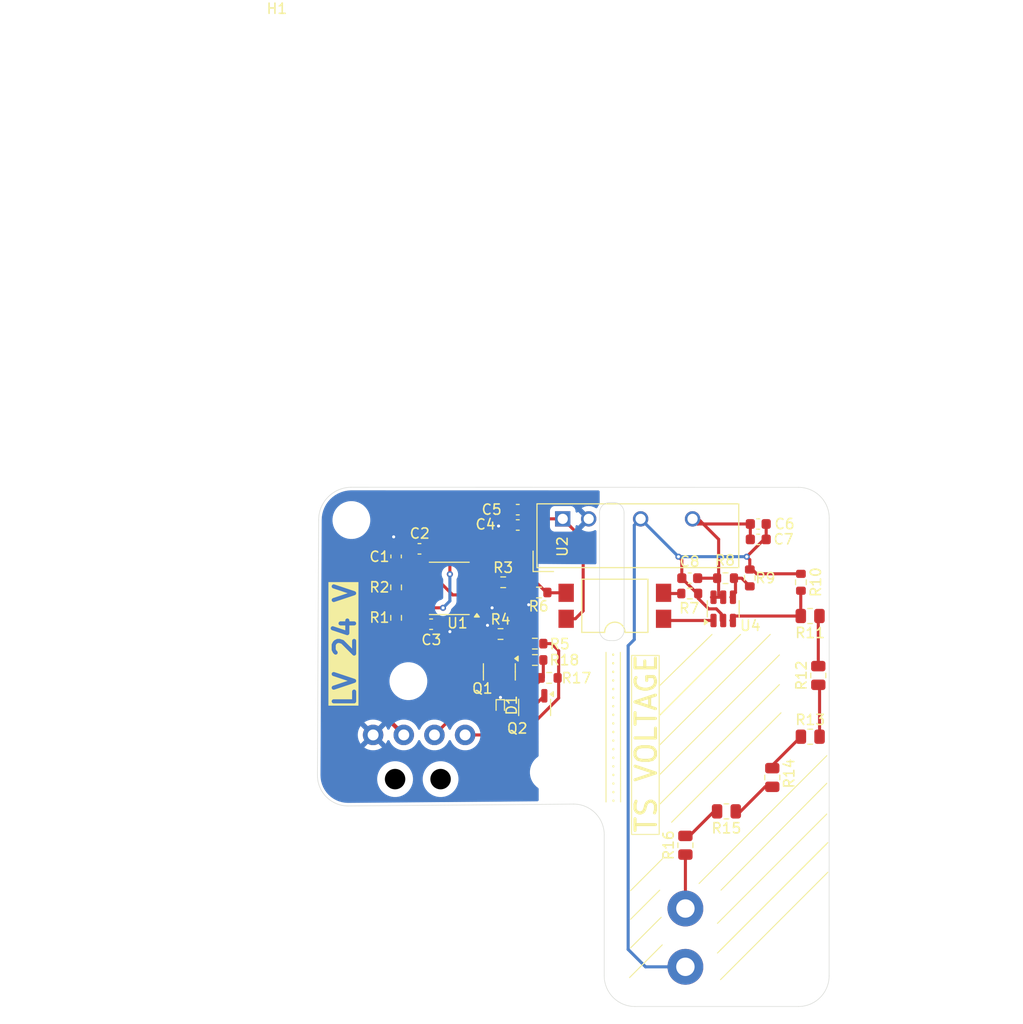
<source format=kicad_pcb>
(kicad_pcb (version 20240108) (generator "pcbnew") (generator_version "8.0")
  (layers (0 "F.Cu" signal) (31 "B.Cu" signal) (34 "B.Paste" user) (35 "F.Paste" user) (36 "B.SilkS" user "B.Silkscreen") (37 "F.SilkS" user "F.Silkscreen") (38 "B.Mask" user) (39 "F.Mask" user) (44 "Edge.Cuts" user))
  (net 0 "")
  (net 1 "Net-(U1-THR)")
  (net 2 "GND")
  (net 3 "Net-(U1-CV)")
  (net 4 "+5V")
  (net 5 "+5V_{iso_RED}")
  (net 6 "/TSAL_RED_LED_SW")
  (net 7 "Net-(Q1-G)")
  (net 8 "Net-(Q1-D)")
  (net 9 "+24V")
  (net 10 "Net-(Q2-G)")
  (net 11 "Net-(U1-DIS)")
  (net 12 "Net-(U1-Q)")
  (net 13 "Net-(U1-R)")
  (net 14 "Net-(R7-Pad2)")
  (net 15 "Net-(U4--)")
  (net 16 "Net-(U4-+)")
  (net 17 "Net-(R11-Pad1)")
  (net 18 "Net-(R12-Pad1)")
  (net 19 "Net-(R13-Pad1)")
  (net 20 "Net-(R14-Pad2)")
  (net 21 "Net-(R15-Pad2)")
  (net 22 "Net-(U3-Pad1)")
  (net 23 "HV_RED-")
  (net 24 "HV_RED+")
  (footprint "MountingHole:MountingHole_3.2mm_M3_DIN965" (layer "F.Cu") (at 129 87.47)
    (property "Reference" "H2" (hide yes))
    (property "Value" "MountingHole")
    (pad "" np_thru_hole circle (at 0 0) (size 3.2 3.2) (drill 3.2) (layers "*.Cu" "*.Mask"))
  )
  (footprint "MountingHole:MountingHole_3.2mm_M3_DIN965" (layer "F.Cu") (at 123.4253 71.7167)
    (property "Reference" "H4" (hide yes))
    (property "Value" "MountingHole")
    (pad "" np_thru_hole circle (at 0 0) (size 3.2 3.2) (drill 3.2) (layers "*.Cu" "*.Mask"))
  )
  (footprint "Capacitor_SMD:C_0603_1608Metric" (layer "F.Cu") (at 139.7 72.2 180)
    (property "Reference" "C4" (at 3.15 0.06 0) (layer "F.SilkS"))
    (property "Value" "100nF")
    (fp_line (start -0.14058 0.51) (end 0.14058 0.51) (stroke (width 0.12)) (layer "F.SilkS"))
    (fp_line (start -0.14058 -0.51) (end 0.14058 -0.51) (stroke (width 0.12)) (layer "F.SilkS"))
    (pad "1" smd roundrect (at -0.775 0 180) (size 0.9 0.95) (layers "F.Cu" "F.Paste" "F.Mask") (net 4 "+5V"))
    (pad "2" smd roundrect (at 0.775 0 180) (size 0.9 0.95) (layers "F.Cu" "F.Paste" "F.Mask") (net 2 "GND"))
  )
  (footprint "Resistor_SMD:R_0603_1608Metric" (layer "F.Cu") (at 160.025 77.4 180)
    (property "Reference" "R8" (at 0.055 1.74 0) (layer "F.SilkS"))
    (property "Value" "12k")
    (fp_line (start -0.237258 0.5225) (end 0.237258 0.5225) (stroke (width 0.12)) (layer "F.SilkS"))
    (fp_line (start -0.237258 -0.5225) (end 0.237258 -0.5225) (stroke (width 0.12)) (layer "F.SilkS"))
    (pad "1" smd roundrect (at -0.825 0 180) (size 0.8 0.95) (layers "F.Cu" "F.Paste" "F.Mask") (net 15 "Net-(U4--)"))
    (pad "2" smd roundrect (at 0.825 0 180) (size 0.8 0.95) (layers "F.Cu" "F.Paste" "F.Mask") (net 5 "+5V_{iso_RED}"))
  )
  (footprint "Resistor_SMD:R_0603_1608Metric" (layer "F.Cu") (at 142.775 87.15 180)
    (property "Reference" "R17" (at -2.665 -0.02 0) (layer "F.SilkS"))
    (property "Value" "10k")
    (fp_line (start -0.237258 0.5225) (end 0.237258 0.5225) (stroke (width 0.12)) (layer "F.SilkS"))
    (fp_line (start -0.237258 -0.5225) (end 0.237258 -0.5225) (stroke (width 0.12)) (layer "F.SilkS"))
    (pad "1" smd roundrect (at -0.825 0 180) (size 0.8 0.95) (layers "F.Cu" "F.Paste" "F.Mask") (net 9 "+24V"))
    (pad "2" smd roundrect (at 0.825 0 180) (size 0.8 0.95) (layers "F.Cu" "F.Paste" "F.Mask") (net 10 "Net-(Q2-G)"))
  )
  (footprint "Resistor_SMD:R_0603_1608Metric" (layer "F.Cu") (at 167.4 77.8 -90)
    (property "Reference" "R10" (at -0.01 -1.46 90) (layer "F.SilkS"))
    (property "Value" "1k")
    (fp_line (start -0.237258 0.5225) (end 0.237258 0.5225) (stroke (width 0.12)) (layer "F.SilkS"))
    (fp_line (start -0.237258 -0.5225) (end 0.237258 -0.5225) (stroke (width 0.12)) (layer "F.SilkS"))
    (pad "1" smd roundrect (at -0.825 0 270) (size 0.8 0.95) (layers "F.Cu" "F.Paste" "F.Mask") (net 23 "HV_RED-"))
    (pad "2" smd roundrect (at 0.825 0 270) (size 0.8 0.95) (layers "F.Cu" "F.Paste" "F.Mask") (net 16 "Net-(U4-+)"))
  )
  (footprint "Resistor_SMD:R_0603_1608Metric" (layer "F.Cu") (at 127.8 78.3 -90)
    (property "Reference" "R2" (at -0.01 1.63 180) (layer "F.SilkS"))
    (property "Value" "1k")
    (fp_line (start -0.237258 0.5225) (end 0.237258 0.5225) (stroke (width 0.12)) (layer "F.SilkS"))
    (fp_line (start -0.237258 -0.5225) (end 0.237258 -0.5225) (stroke (width 0.12)) (layer "F.SilkS"))
    (pad "1" smd roundrect (at -0.825 0 270) (size 0.8 0.95) (layers "F.Cu" "F.Paste" "F.Mask") (net 1 "Net-(U1-THR)"))
    (pad "2" smd roundrect (at 0.825 0 270) (size 0.8 0.95) (layers "F.Cu" "F.Paste" "F.Mask") (net 11 "Net-(U1-DIS)"))
  )
  (footprint "Capacitor_SMD:C_0603_1608Metric" (layer "F.Cu") (at 156.525 77.4 180)
    (property "Reference" "C8" (at 0.015 1.62 0) (layer "F.SilkS"))
    (property "Value" "100nF")
    (fp_line (start -0.14058 0.51) (end 0.14058 0.51) (stroke (width 0.12)) (layer "F.SilkS"))
    (fp_line (start -0.14058 -0.51) (end 0.14058 -0.51) (stroke (width 0.12)) (layer "F.SilkS"))
    (pad "1" smd roundrect (at -0.775 0 180) (size 0.9 0.95) (layers "F.Cu" "F.Paste" "F.Mask") (net 5 "+5V_{iso_RED}"))
    (pad "2" smd roundrect (at 0.775 0 180) (size 0.9 0.95) (layers "F.Cu" "F.Paste" "F.Mask") (net 23 "HV_RED-"))
  )
  (footprint "Capacitor_SMD:C_0603_1608Metric" (layer "F.Cu") (at 163.225 72.1)
    (property "Reference" "C6" (at 2.575 0 0) (layer "F.SilkS"))
    (property "Value" "10uF")
    (fp_line (start -0.14058 -0.51) (end 0.14058 -0.51) (stroke (width 0.12)) (layer "F.SilkS"))
    (fp_line (start -0.14058 0.51) (end 0.14058 0.51) (stroke (width 0.12)) (layer "F.SilkS"))
    (pad "1" smd roundrect (at -0.775 0) (size 0.9 0.95) (layers "F.Cu" "F.Paste" "F.Mask") (net 5 "+5V_{iso_RED}"))
    (pad "2" smd roundrect (at 0.775 0) (size 0.9 0.95) (layers "F.Cu" "F.Paste" "F.Mask") (net 23 "HV_RED-"))
  )
  (footprint "Package_DIP:SMDIP-4_W9.53mm_Clearance8mm" (layer "F.Cu") (at 149.2 80.1 180)
    (property "Reference" "U3" (hide yes))
    (property "Value" "SFH617A-1X007T")
    (fp_line (start 3.235 2.6) (end 3.235 -2.6) (stroke (width 0.12)) (layer "F.SilkS"))
    (fp_line (start 3.235 -2.6) (end 1 -2.6) (stroke (width 0.12)) (layer "F.SilkS"))
    (fp_line (start -1 -2.6) (end -3.235 -2.6) (stroke (width 0.12)) (layer "F.SilkS"))
    (fp_line (start -3.235 2.6) (end 3.235 2.6) (stroke (width 0.12)) (layer "F.SilkS"))
    (fp_line (start -3.235 -2.6) (end -3.235 2.6) (stroke (width 0.12)) (layer "F.SilkS"))
    (fp_arc (start 1 -2.6) (mid 0 -1.6) (end -1 -2.6) (stroke (width 0.12)) (layer "F.SilkS"))
    (pad "1" smd rect (at -4.765 -1.27 180) (size 1.5 1.78) (layers "F.Cu" "F.Paste" "F.Mask") (net 22 "Net-(U3-Pad1)"))
    (pad "2" smd rect (at -4.765 1.27 180) (size 1.5 1.78) (layers "F.Cu" "F.Paste" "F.Mask") (net 14 "Net-(R7-Pad2)"))
    (pad "3" smd rect (at 4.765 1.27 180) (size 1.5 1.78) (layers "F.Cu" "F.Paste" "F.Mask") (net 13 "Net-(U1-R)"))
    (pad "4" smd rect (at 4.765 -1.27 180) (size 1.5 1.78) (layers "F.Cu" "F.Paste" "F.Mask") (net 4 "+5V"))
  )
  (footprint "wuerth_conn:657002130101" (layer "F.Cu") (at 156.1 115.4 90)
    (property "Reference" "J3" (hide yes))
    (property "Value" "Conn_01x02")
    (pad "1" thru_hole circle (at 0 0 90) (size 3.5 3.5) (drill 1.8) (layers "*.Cu" "*.Mask") (net 23 "HV_RED-"))
    (pad "2" thru_hole circle (at 5.7 0 90) (size 3.5 3.5) (drill 1.8) (layers "*.Cu" "*.Mask") (net 24 "HV_RED+"))
  )
  (footprint "Resistor_SMD:R_0805_2012Metric" (layer "F.Cu") (at 160.1125 100.2 180)
    (property "Reference" "R15" (at 0 -1.65 0) (layer "F.SilkS"))
    (property "Value" "52k3")
    (fp_line (start -0.227064 0.735) (end 0.227064 0.735) (stroke (width 0.12)) (layer "F.SilkS"))
    (fp_line (start -0.227064 -0.735) (end 0.227064 -0.735) (stroke (width 0.12)) (layer "F.SilkS"))
    (pad "1" smd roundrect (at -0.9125 0 180) (size 1.025 1.4) (layers "F.Cu" "F.Paste" "F.Mask") (roundrect_rratio 0.243902) (net 20 "Net-(R14-Pad2)"))
    (pad "2" smd roundrect (at 0.9125 0 180) (size 1.025 1.4) (layers "F.Cu" "F.Paste" "F.Mask") (roundrect_rratio 0.243902) (net 21 "Net-(R15-Pad2)"))
  )
  (footprint "Resistor_SMD:R_0603_1608Metric" (layer "F.Cu") (at 156.525 78.9 180)
    (property "Reference" "R7" (at 0.055 -1.44 0) (layer "F.SilkS"))
    (property "Value" "1k")
    (fp_line (start -0.237258 0.5225) (end 0.237258 0.5225) (stroke (width 0.12)) (layer "F.SilkS"))
    (fp_line (start -0.237258 -0.5225) (end 0.237258 -0.5225) (stroke (width 0.12)) (layer "F.SilkS"))
    (pad "1" smd roundrect (at -0.825 0 180) (size 0.8 0.95) (layers "F.Cu" "F.Paste" "F.Mask") (net 23 "HV_RED-"))
    (pad "2" smd roundrect (at 0.825 0 180) (size 0.8 0.95) (layers "F.Cu" "F.Paste" "F.Mask") (net 14 "Net-(R7-Pad2)"))
  )
  (footprint "Resistor_SMD:R_0805_2012Metric" (layer "F.Cu") (at 169.1 86.9125 90)
    (property "Reference" "R12" (at 0 -1.65 90) (layer "F.SilkS"))
    (property "Value" "52k3")
    (fp_line (start -0.227064 -0.735) (end 0.227064 -0.735) (stroke (width 0.12)) (layer "F.SilkS"))
    (fp_line (start -0.227064 0.735) (end 0.227064 0.735) (stroke (width 0.12)) (layer "F.SilkS"))
    (pad "1" smd roundrect (at -0.9125 0 90) (size 1.025 1.4) (layers "F.Cu" "F.Paste" "F.Mask") (roundrect_rratio 0.243902) (net 18 "Net-(R12-Pad1)"))
    (pad "2" smd roundrect (at 0.9125 0 90) (size 1.025 1.4) (layers "F.Cu" "F.Paste" "F.Mask") (roundrect_rratio 0.243902) (net 17 "Net-(R11-Pad1)"))
  )
  (footprint "Package_SO:SOIC-8_3.9x4.9mm_P1.27mm" (layer "F.Cu") (at 133 78.4 180)
    (property "Reference" "U1" (at -0.8 -3.4 0) (layer "F.SilkS"))
    (property "Value" "NE555D")
    (fp_line (start 0 2.56) (end 1.95 2.56) (stroke (width 0.12)) (layer "F.SilkS"))
    (fp_line (start 0 2.56) (end -1.95 2.56) (stroke (width 0.12)) (layer "F.SilkS"))
    (fp_line (start 0 -2.56) (end 1.95 -2.56) (stroke (width 0.12)) (layer "F.SilkS"))
    (fp_line (start 0 -2.56) (end -1.95 -2.56) (stroke (width 0.12)) (layer "F.SilkS"))
    (fp_poly (pts (xy -2.7 -2.465) (xy -2.94 -2.795) (xy -2.46 -2.795) (xy -2.7 -2.465)) (stroke (width 0.12)) (fill solid) (layer "F.SilkS"))
    (pad "1" smd roundrect (at -2.475 -1.905 180) (size 1.95 0.6) (layers "F.Cu" "F.Paste" "F.Mask") (net 2 "GND"))
    (pad "2" smd roundrect (at -2.475 -0.635 180) (size 1.95 0.6) (layers "F.Cu" "F.Paste" "F.Mask") (net 1 "Net-(U1-THR)"))
    (pad "3" smd roundrect (at -2.475 0.635 180) (size 1.95 0.6) (layers "F.Cu" "F.Paste" "F.Mask") (net 12 "Net-(U1-Q)"))
    (pad "4" smd roundrect (at -2.475 1.905 180) (size 1.95 0.6) (layers "F.Cu" "F.Paste" "F.Mask") (net 13 "Net-(U1-R)"))
    (pad "5" smd roundrect (at 2.475 1.905 180) (size 1.95 0.6) (layers "F.Cu" "F.Paste" "F.Mask") (net 3 "Net-(U1-CV)"))
    (pad "6" smd roundrect (at 2.475 0.635 180) (size 1.95 0.6) (layers "F.Cu" "F.Paste" "F.Mask") (net 1 "Net-(U1-THR)"))
    (pad "7" smd roundrect (at 2.475 -0.635 180) (size 1.95 0.6) (layers "F.Cu" "F.Paste" "F.Mask") (net 11 "Net-(U1-DIS)"))
    (pad "8" smd roundrect (at 2.475 -1.905 180) (size 1.95 0.6) (layers "F.Cu" "F.Paste" "F.Mask") (net 4 "+5V"))
  )
  (footprint "Converter_DCDC:Converter_DCDC_TRACO_TBA1-xxxxE_Single_THT" (layer "F.Cu") (at 144.1 71.6 90)
    (property "Reference" "U2" (at -2.71 -0.03 90) (layer "F.SilkS"))
    (property "Value" "TBA1-0511E")
    (fp_line (start -5.15 -2.9) (end -3.15 -2.9) (stroke (width 0.12)) (layer "F.SilkS"))
    (fp_line (start 1.47 -2.52) (end 1.47 17.22) (stroke (width 0.12)) (layer "F.SilkS"))
    (fp_line (start -4.77 -2.52) (end 1.47 -2.52) (stroke (width 0.12)) (layer "F.SilkS"))
    (fp_line (start -4.77 -2.52) (end -4.77 17.22) (stroke (width 0.12)) (layer "F.SilkS"))
    (fp_line (start -5.15 -0.9) (end -5.15 -2.9) (stroke (width 0.12)) (layer "F.SilkS"))
    (fp_line (start -4.77 17.22) (end 1.47 17.22) (stroke (width 0.12)) (layer "F.SilkS"))
    (pad "1" thru_hole rect (at 0 0 90) (size 1.5 1.5) (drill 1) (layers "*.Cu" "*.Mask") (net 4 "+5V"))
    (pad "2" thru_hole circle (at 0 2.54 90) (size 1.5 1.5) (drill 1) (layers "*.Cu" "*.Mask") (net 2 "GND"))
    (pad "4" thru_hole circle (at 0 7.62 90) (size 1.5 1.5) (drill 1) (layers "*.Cu" "*.Mask") (net 23 "HV_RED-"))
    (pad "6" thru_hole circle (at 0 12.7 90) (size 1.5 1.5) (drill 1) (layers "*.Cu" "*.Mask") (net 5 "+5V_{iso_RED}"))
  )
  (footprint "Capacitor_SMD:C_0603_1608Metric" (layer "F.Cu") (at 139.7 70.7 180)
    (property "Reference" "C5" (at 2.55 0.01 0) (layer "F.SilkS"))
    (property "Value" "10uF")
    (fp_line (start -0.14058 0.51) (end 0.14058 0.51) (stroke (width 0.12)) (layer "F.SilkS"))
    (fp_line (start -0.14058 -0.51) (end 0.14058 -0.51) (stroke (width 0.12)) (layer "F.SilkS"))
    (pad "1" smd roundrect (at -0.775 0 180) (size 0.9 0.95) (layers "F.Cu" "F.Paste" "F.Mask") (net 4 "+5V"))
    (pad "2" smd roundrect (at 0.775 0 180) (size 0.9 0.95) (layers "F.Cu" "F.Paste" "F.Mask") (net 2 "GND"))
  )
  (footprint "MountingHole:MountingHole_3.2mm_M3_DIN965" (layer "F.Cu") (at 116.135 25.515)
    (property "Reference" "H1" (at 0 -3.8 0) (layer "F.SilkS"))
    (property "Value" "MountingHole")
    (pad "" np_thru_hole circle (at 0 0) (size 3.2 3.2) (drill 3.2) (layers "*.Cu" "*.Mask"))
  )
  (footprint "MountingHole:MountingHole_3.2mm_M3_DIN965" (layer "F.Cu") (at 142.74 96.38)
    (property "Reference" "H3" (hide yes))
    (property "Value" "MountingHole")
    (pad "" np_thru_hole circle (at 0 0) (size 3.2 3.2) (drill 3.2) (layers "*.Cu" "*.Mask"))
  )
  (footprint "Resistor_SMD:R_0603_1608Metric" (layer "F.Cu") (at 141.775 78.8)
    (property "Reference" "R6" (at -0.035 1.35 0) (layer "F.SilkS"))
    (property "Value" "1k")
    (fp_line (start -0.237258 -0.5225) (end 0.237258 -0.5225) (stroke (width 0.12)) (layer "F.SilkS"))
    (fp_line (start -0.237258 0.5225) (end 0.237258 0.5225) (stroke (width 0.12)) (layer "F.SilkS"))
    (pad "1" smd roundrect (at -0.825 0) (size 0.8 0.95) (layers "F.Cu" "F.Paste" "F.Mask") (net 2 "GND"))
    (pad "2" smd roundrect (at 0.825 0) (size 0.8 0.95) (layers "F.Cu" "F.Paste" "F.Mask") (net 13 "Net-(U1-R)"))
  )
  (footprint "Resistor_SMD:R_0805_2012Metric" (layer "F.Cu") (at 168.3125 92.9)
    (property "Reference" "R13" (at 0 -1.65 0) (layer "F.SilkS"))
    (property "Value" "52k3")
    (fp_line (start -0.227064 -0.735) (end 0.227064 -0.735) (stroke (width 0.12)) (layer "F.SilkS"))
    (fp_line (start -0.227064 0.735) (end 0.227064 0.735) (stroke (width 0.12)) (layer "F.SilkS"))
    (pad "1" smd roundrect (at -0.9125 0) (size 1.025 1.4) (layers "F.Cu" "F.Paste" "F.Mask") (roundrect_rratio 0.243902) (net 19 "Net-(R13-Pad1)"))
    (pad "2" smd roundrect (at 0.9125 0) (size 1.025 1.4) (layers "F.Cu" "F.Paste" "F.Mask") (roundrect_rratio 0.243902) (net 18 "Net-(R12-Pad1)"))
  )
  (footprint "Resistor_SMD:R_0603_1608Metric" (layer "F.Cu") (at 141.375 85.4)
    (property "Reference" "R18" (at 2.885 0.01 0) (layer "F.SilkS"))
    (property "Value" "200R")
    (fp_line (start -0.237258 -0.5225) (end 0.237258 -0.5225) (stroke (width 0.12)) (layer "F.SilkS"))
    (fp_line (start -0.237258 0.5225) (end 0.237258 0.5225) (stroke (width 0.12)) (layer "F.SilkS"))
    (pad "1" smd roundrect (at -0.825 0) (size 0.8 0.95) (layers "F.Cu" "F.Paste" "F.Mask") (net 8 "Net-(Q1-D)"))
    (pad "2" smd roundrect (at 0.825 0) (size 0.8 0.95) (layers "F.Cu" "F.Paste" "F.Mask") (net 10 "Net-(Q2-G)"))
  )
  (footprint "Package_TO_SOT_SMD:SOT-23-3" (layer "F.Cu") (at 141.35 90.0375 -90)
    (property "Reference" "Q2" (at 2.05 1.7 180) (layer "F.SilkS"))
    (property "Value" "PMOS")
    (fp_line (start 0 1.56) (end -0.8 1.56) (stroke (width 0.12)) (layer "F.SilkS"))
    (fp_line (start 0 1.56) (end 0.8 1.56) (stroke (width 0.12)) (layer "F.SilkS"))
    (fp_line (start 0 -1.56) (end -0.8 -1.56) (stroke (width 0.12)) (layer "F.SilkS"))
    (fp_line (start 0 -1.56) (end 0.8 -1.56) (stroke (width 0.12)) (layer "F.SilkS"))
    (fp_poly (pts (xy -1.3 -1.51) (xy -1.54 -1.84) (xy -1.06 -1.84) (xy -1.3 -1.51)) (stroke (width 0.12)) (fill solid) (layer "F.SilkS"))
    (pad "1" smd roundrect (at -1.1375 -0.95 270) (size 1.325 0.6) (layers "F.Cu" "F.Paste" "F.Mask") (net 6 "/TSAL_RED_LED_SW"))
    (pad "2" smd roundrect (at -1.1375 0.95 270) (size 1.325 0.6) (layers "F.Cu" "F.Paste" "F.Mask") (net 10 "Net-(Q2-G)"))
    (pad "3" smd roundrect (at 1.1375 0 270) (size 1.325 0.6) (layers "F.Cu" "F.Paste" "F.Mask") (net 9 "+24V"))
  )
  (footprint "Package_TO_SOT_SMD:SOT-23-3" (layer "F.Cu") (at 137.9 86.5625 -90)
    (property "Reference" "Q1" (at 1.6175 1.66 180) (layer "F.SilkS"))
    (property "Value" "NMOS")
    (fp_line (start 0 1.56) (end -0.8 1.56) (stroke (width 0.12)) (layer "F.SilkS"))
    (fp_line (start 0 1.56) (end 0.8 1.56) (stroke (width 0.12)) (layer "F.SilkS"))
    (fp_line (start 0 -1.56) (end -0.8 -1.56) (stroke (width 0.12)) (layer "F.SilkS"))
    (fp_line (start 0 -1.56) (end 0.8 -1.56) (stroke (width 0.12)) (layer "F.SilkS"))
    (fp_poly (pts (xy -1.3 -1.51) (xy -1.54 -1.84) (xy -1.06 -1.84) (xy -1.3 -1.51)) (stroke (width 0.12)) (fill solid) (layer "F.SilkS"))
    (pad "1" smd roundrect (at -1.1375 -0.95 270) (size 1.325 0.6) (layers "F.Cu" "F.Paste" "F.Mask") (net 8 "Net-(Q1-D)"))
    (pad "2" smd roundrect (at -1.1375 0.95 270) (size 1.325 0.6) (layers "F.Cu" "F.Paste" "F.Mask") (net 7 "Net-(Q1-G)"))
    (pad "3" smd roundrect (at 1.1375 0 270) (size 1.325 0.6) (layers "F.Cu" "F.Paste" "F.Mask") (net 2 "GND"))
  )
  (footprint "Diode_SMD:Infineon_SG-WLL-2-3_0.58x0.28_P0.36mm" (layer "F.Cu") (at 137.99 89.83 -90)
    (property "Reference" "D1" (at 0 -1.11 90) (layer "F.SilkS"))
    (property "Value" "ESD")
    (fp_line (start -0.55 0.41) (end -0.55 -0.41) (stroke (width 0.12)) (layer "F.SilkS"))
    (fp_line (start 0.49 0.41) (end -0.55 0.41) (stroke (width 0.12)) (layer "F.SilkS"))
    (fp_line (start 0.49 -0.41) (end -0.55 -0.41) (stroke (width 0.12)) (layer "F.SilkS"))
    (pad "1" smd roundrect (at -0.185 0 270) (size 0.22 0.3) (layers "F.Cu" "F.Mask") (net 2 "GND"))
    (pad "2" smd roundrect (at 0.185 0 270) (size 0.22 0.3) (layers "F.Cu" "F.Mask") (net 6 "/TSAL_RED_LED_SW"))
  )
  (footprint "Resistor_SMD:R_0603_1608Metric" (layer "F.Cu") (at 141.375 83.8)
    (property "Reference" "R5" (at 2.425 0.04 0) (layer "F.SilkS"))
    (property "Value" "10k")
    (fp_line (start -0.237258 -0.5225) (end 0.237258 -0.5225) (stroke (width 0.12)) (layer "F.SilkS"))
    (fp_line (start -0.237258 0.5225) (end 0.237258 0.5225) (stroke (width 0.12)) (layer "F.SilkS"))
    (pad "1" smd roundrect (at -0.825 0) (size 0.8 0.95) (layers "F.Cu" "F.Paste" "F.Mask") (net 8 "Net-(Q1-D)"))
    (pad "2" smd roundrect (at 0.825 0) (size 0.8 0.95) (layers "F.Cu" "F.Paste" "F.Mask") (net 9 "+24V"))
  )
  (footprint "Capacitor_SMD:C_0603_1608Metric" (layer "F.Cu") (at 163.225 73.61)
    (property "Reference" "C7" (at 2.475 -0.01 0) (layer "F.SilkS"))
    (property "Value" "100nF")
    (fp_line (start -0.14058 -0.51) (end 0.14058 -0.51) (stroke (width 0.12)) (layer "F.SilkS"))
    (fp_line (start -0.14058 0.51) (end 0.14058 0.51) (stroke (width 0.12)) (layer "F.SilkS"))
    (pad "1" smd roundrect (at -0.775 0) (size 0.9 0.95) (layers "F.Cu" "F.Paste" "F.Mask") (net 5 "+5V_{iso_RED}"))
    (pad "2" smd roundrect (at 0.775 0) (size 0.9 0.95) (layers "F.Cu" "F.Paste" "F.Mask") (net 23 "HV_RED-"))
  )
  (footprint "Package_TO_SOT_SMD:SOT-23-6" (layer "F.Cu") (at 159.8 80.4 90)
    (property "Reference" "U4" (at -1.65 2.65 180) (layer "F.SilkS"))
    (property "Value" "OPA355NA")
    (fp_line (start 0 -1.56) (end 0.8 -1.56) (stroke (width 0.12)) (layer "F.SilkS"))
    (fp_line (start 0 -1.56) (end -0.8 -1.56) (stroke (width 0.12)) (layer "F.SilkS"))
    (fp_line (start 0 1.56) (end 0.8 1.56) (stroke (width 0.12)) (layer "F.SilkS"))
    (fp_line (start 0 1.56) (end -0.8 1.56) (stroke (width 0.12)) (layer "F.SilkS"))
    (fp_poly (pts (xy -1.3 -1.51) (xy -1.54 -1.84) (xy -1.06 -1.84) (xy -1.3 -1.51)) (stroke (width 0.12)) (fill solid) (layer "F.SilkS"))
    (pad "1" smd roundrect (at -1.1375 -0.95 90) (size 1.325 0.6) (layers "F.Cu" "F.Paste" "F.Mask") (net 22 "Net-(U3-Pad1)"))
    (pad "2" smd roundrect (at -1.1375 0 90) (size 1.325 0.6) (layers "F.Cu" "F.Paste" "F.Mask") (net 23 "HV_RED-"))
    (pad "3" smd roundrect (at -1.1375 0.95 90) (size 1.325 0.6) (layers "F.Cu" "F.Paste" "F.Mask") (net 16 "Net-(U4-+)"))
    (pad "4" smd roundrect (at 1.1375 0.95 90) (size 1.325 0.6) (layers "F.Cu" "F.Paste" "F.Mask") (net 15 "Net-(U4--)"))
    (pad "5" smd roundrect (at 1.1375 0 90) (size 1.325 0.6) (layers "F.Cu" "F.Paste" "F.Mask") (net 5 "+5V_{iso_RED}"))
    (pad "6" smd roundrect (at 1.1375 -0.95 90) (size 1.325 0.6) (layers "F.Cu" "F.Paste" "F.Mask") (net 5 "+5V_{iso_RED}"))
  )
  (footprint "Resistor_SMD:R_0805_2012Metric" (layer "F.Cu") (at 168.3 81.1 180)
    (property "Reference" "R11" (at 0 -1.65 0) (layer "F.SilkS"))
    (property "Value" "52k3")
    (fp_line (start -0.227064 0.735) (end 0.227064 0.735) (stroke (width 0.12)) (layer "F.SilkS"))
    (fp_line (start -0.227064 -0.735) (end 0.227064 -0.735) (stroke (width 0.12)) (layer "F.SilkS"))
    (pad "1" smd roundrect (at -0.9125 0 180) (size 1.025 1.4) (layers "F.Cu" "F.Paste" "F.Mask") (roundrect_rratio 0.243902) (net 17 "Net-(R11-Pad1)"))
    (pad "2" smd roundrect (at 0.9125 0 180) (size 1.025 1.4) (layers "F.Cu" "F.Paste" "F.Mask") (roundrect_rratio 0.243902) (net 16 "Net-(U4-+)"))
  )
  (footprint "Resistor_SMD:R_0603_1608Metric" (layer "F.Cu") (at 138.015 82.86)
    (property "Reference" "R4" (at 0 -1.43 0) (layer "F.SilkS"))
    (property "Value" "10k")
    (fp_line (start -0.237258 -0.5225) (end 0.237258 -0.5225) (stroke (width 0.12)) (layer "F.SilkS"))
    (fp_line (start -0.237258 0.5225) (end 0.237258 0.5225) (stroke (width 0.12)) (layer "F.SilkS"))
    (pad "1" smd roundrect (at -0.825 0) (size 0.8 0.95) (layers "F.Cu" "F.Paste" "F.Mask") (net 2 "GND"))
    (pad "2" smd roundrect (at 0.825 0) (size 0.8 0.95) (layers "F.Cu" "F.Paste" "F.Mask") (net 7 "Net-(Q1-G)"))
  )
  (footprint "Resistor_SMD:R_0603_1608Metric" (layer "F.Cu") (at 127.8 81.275 -90)
    (property "Reference" "R1" (at -0.025 1.63 180) (layer "F.SilkS"))
    (property "Value" "1k")
    (fp_line (start -0.237258 0.5225) (end 0.237258 0.5225) (stroke (width 0.12)) (layer "F.SilkS"))
    (fp_line (start -0.237258 -0.5225) (end 0.237258 -0.5225) (stroke (width 0.12)) (layer "F.SilkS"))
    (pad "1" smd roundrect (at -0.825 0 270) (size 0.8 0.95) (layers "F.Cu" "F.Paste" "F.Mask") (net 11 "Net-(U1-DIS)"))
    (pad "2" smd roundrect (at 0.825 0 270) (size 0.8 0.95) (layers "F.Cu" "F.Paste" "F.Mask") (net 4 "+5V"))
  )
  (footprint "Capacitor_SMD:C_0603_1608Metric" (layer "F.Cu") (at 131.225 81.9)
    (property "Reference" "C3" (at 0.025 1.53 0) (layer "F.SilkS"))
    (property "Value" "100nF")
    (fp_line (start -0.14058 -0.51) (end 0.14058 -0.51) (stroke (width 0.12)) (layer "F.SilkS"))
    (fp_line (start -0.14058 0.51) (end 0.14058 0.51) (stroke (width 0.12)) (layer "F.SilkS"))
    (pad "1" smd roundrect (at -0.775 0) (size 0.9 0.95) (layers "F.Cu" "F.Paste" "F.Mask") (net 4 "+5V"))
    (pad "2" smd roundrect (at 0.775 0) (size 0.9 0.95) (layers "F.Cu" "F.Paste" "F.Mask") (net 2 "GND"))
  )
  (footprint "Capacitor_SMD:C_0603_1608Metric" (layer "F.Cu") (at 127.8 75.275 90)
    (property "Reference" "C1" (at -0.025 -1.63 180) (layer "F.SilkS"))
    (property "Value" "100nF")
    (fp_line (start -0.14058 -0.51) (end 0.14058 -0.51) (stroke (width 0.12)) (layer "F.SilkS"))
    (fp_line (start -0.14058 0.51) (end 0.14058 0.51) (stroke (width 0.12)) (layer "F.SilkS"))
    (pad "1" smd roundrect (at -0.775 0 90) (size 0.9 0.95) (layers "F.Cu" "F.Paste" "F.Mask") (net 1 "Net-(U1-THR)"))
    (pad "2" smd roundrect (at 0.775 0 90) (size 0.9 0.95) (layers "F.Cu" "F.Paste" "F.Mask") (net 2 "GND"))
  )
  (footprint "Resistor_SMD:R_0603_1608Metric" (layer "F.Cu") (at 162.4 77.375 -90)
    (property "Reference" "R9" (at 0.015 -1.52 180) (layer "F.SilkS"))
    (property "Value" "1k")
    (fp_line (start -0.237258 0.5225) (end 0.237258 0.5225) (stroke (width 0.12)) (layer "F.SilkS"))
    (fp_line (start -0.237258 -0.5225) (end 0.237258 -0.5225) (stroke (width 0.12)) (layer "F.SilkS"))
    (pad "1" smd roundrect (at -0.825 0 270) (size 0.8 0.95) (layers "F.Cu" "F.Paste" "F.Mask") (net 23 "HV_RED-"))
    (pad "2" smd roundrect (at 0.825 0 270) (size 0.8 0.95) (layers "F.Cu" "F.Paste" "F.Mask") (net 15 "Net-(U4--)"))
  )
  (footprint "Resistor_SMD:R_0805_2012Metric" (layer "F.Cu") (at 164.6 96.8875 -90)
    (property "Reference" "R14" (at -0.3875 -1.65 90) (layer "F.SilkS"))
    (property "Value" "52k3")
    (fp_line (start -0.227064 0.735) (end 0.227064 0.735) (stroke (width 0.12)) (layer "F.SilkS"))
    (fp_line (start -0.227064 -0.735) (end 0.227064 -0.735) (stroke (width 0.12)) (layer "F.SilkS"))
    (pad "1" smd roundrect (at -0.9125 0 270) (size 1.025 1.4) (layers "F.Cu" "F.Paste" "F.Mask") (roundrect_rratio 0.243902) (net 19 "Net-(R13-Pad1)"))
    (pad "2" smd roundrect (at 0.9125 0 270) (size 1.025 1.4) (layers "F.Cu" "F.Paste" "F.Mask") (roundrect_rratio 0.243902) (net 20 "Net-(R14-Pad2)"))
  )
  (footprint "Capacitor_SMD:C_0603_1608Metric" (layer "F.Cu") (at 130.085 74.53 180)
    (property "Reference" "C2" (at -0.025 1.5 0) (layer "F.SilkS"))
    (property "Value" "100nF")
    (fp_line (start -0.14058 0.51) (end 0.14058 0.51) (stroke (width 0.12)) (layer "F.SilkS"))
    (fp_line (start -0.14058 -0.51) (end 0.14058 -0.51) (stroke (width 0.12)) (layer "F.SilkS"))
    (pad "1" smd roundrect (at -0.775 0 180) (size 0.9 0.95) (layers "F.Cu" "F.Paste" "F.Mask") (net 3 "Net-(U1-CV)"))
    (pad "2" smd roundrect (at 0.775 0 180) (size 0.9 0.95) (layers "F.Cu" "F.Paste" "F.Mask") (net 2 "GND"))
  )
  (footprint "Resistor_SMD:R_0805_2012Metric" (layer "F.Cu") (at 156.1 103.5125 90)
    (property "Reference" "R16" (at 0 -1.65 90) (layer "F.SilkS"))
    (property "Value" "52k3")
    (fp_line (start -0.227064 -0.735) (end 0.227064 -0.735) (stroke (width 0.12)) (layer "F.SilkS"))
    (fp_line (start -0.227064 0.735) (end 0.227064 0.735) (stroke (width 0.12)) (layer "F.SilkS"))
    (pad "1" smd roundrect (at -0.9125 0 90) (size 1.025 1.4) (layers "F.Cu" "F.Paste" "F.Mask") (roundrect_rratio 0.243902) (net 24 "HV_RED+"))
    (pad "2" smd roundrect (at 0.9125 0 90) (size 1.025 1.4) (layers "F.Cu" "F.Paste" "F.Mask") (roundrect_rratio 0.243902) (net 21 "Net-(R15-Pad2)"))
  )
  (footprint "wuerth_conn:66200411022" (layer "F.Cu") (at 123.95 91.4475)
    (property "Reference" "J1" (hide yes))
    (property "Value" "Conn_01x04")
    (pad "" np_thru_hole circle (at 3.75 5.6) (size 2 2) (drill 3) (layers "*.Mask"))
    (pad "" np_thru_hole circle (at 8.2 5.6) (size 2 2) (drill 3) (layers "*.Mask"))
    (pad "1" thru_hole circle (at 10.6 1.28) (size 2 2) (drill 1.07) (layers "*.Cu" "*.Mask") (net 9 "+24V"))
    (pad "2" thru_hole circle (at 7.6 1.28) (size 2 2) (drill 1.07) (layers "*.Cu" "*.Mask") (net 6 "/TSAL_RED_LED_SW"))
    (pad "3" thru_hole circle (at 4.6 1.28) (size 2 2) (drill 1.07) (layers "*.Cu" "*.Mask") (net 4 "+5V"))
    (pad "4" thru_hole circle (at 1.6 1.28) (size 2 2) (drill 1.07) (layers "*.Cu" "*.Mask") (net 2 "GND"))
  )
  (footprint "Resistor_SMD:R_0603_1608Metric" (layer "F.Cu") (at 138.275 77.8)
    (property "Reference" "R3" (at 0 -1.43 0) (layer "F.SilkS"))
    (property "Value" "200R")
    (fp_line (start -0.237258 -0.5225) (end 0.237258 -0.5225) (stroke (width 0.12)) (layer "F.SilkS"))
    (fp_line (start -0.237258 0.5225) (end 0.237258 0.5225) (stroke (width 0.12)) (layer "F.SilkS"))
    (pad "1" smd roundrect (at -0.825 0) (size 0.8 0.95) (layers "F.Cu" "F.Paste" "F.Mask") (net 12 "Net-(U1-Q)"))
    (pad "2" smd roundrect (at 0.825 0) (size 0.8 0.95) (layers "F.Cu" "F.Paste" "F.Mask") (net 7 "Net-(Q1-G)"))
  )
  (gr_line (start 159.235 111.155) (end 169.935 100.455) (stroke (width 0.1)) (layer "F.SilkS"))
  (gr_line (start 150.635 116.455) (end 153.835 113.255) (stroke (width 0.1)) (layer "F.SilkS"))
  (gr_line (start 159.235 114.055) (end 169.935 103.355) (stroke (width 0.1)) (layer "F.SilkS"))
  (gr_line (start 153.61 90.78) (end 161.5 82.9) (stroke (width 0.1)) (layer "F.SilkS"))
  (gr_line (start 153.61 87.88) (end 158.7 82.9) (stroke (width 0.1)) (layer "F.SilkS"))
  (gr_line (start 157.435 107.255) (end 169.935 94.755) (stroke (width 0.1)) (layer "F.SilkS"))
  (gr_line (start 159.535 113.755) (end 170.035 103.255) (stroke (width 0.1)) (layer "F.SilkS"))
  (gr_line (start 150.735 110.755) (end 153.585 107.905) (stroke (width 0.1)) (layer "F.SilkS"))
  (gr_line (start 153.585 96.605) (end 165.3 84.9) (stroke (width 0.1)) (layer "F.SilkS"))
  (gr_line (start 154.75 101.265436) (end 165.45 90.565436) (stroke (width 0.1)) (layer "F.SilkS"))
  (gr_line (start 153.585 90.805) (end 159.035 85.355) (stroke (width 0.1)) (layer "F.SilkS"))
  (gr_line (start 149.76 99.28) (end 149.735 84.655) (stroke (width 0.1)) (layer "F.SilkS"))
  (gr_line (start 153.585 99.505) (end 165.3 87.8) (stroke (width 0.1)) (layer "F.SilkS"))
  (gr_rect (start 150.835 84.955) (end 153.535 102.455) (stroke (width 0.1)) (fill none) (layer "F.SilkS"))
  (gr_line (start 159.585 107.905) (end 169.935 97.455) (stroke (width 0.1)) (layer "F.SilkS"))
  (gr_line (start 150.735 107.955) (end 153.835 104.855) (stroke (width 0.1)) (layer "F.SilkS"))
  (gr_line (start 148.335 84.655) (end 148.335 99.28) (stroke (width 0.1)) (layer "F.SilkS"))
  (gr_line (start 153.585 93.705) (end 164.4 82.9) (stroke (width 0.1)) (layer "F.SilkS"))
  (gr_line (start 149.06 99.18) (end 149.035 84.755) (stroke (width 0.2) (type dot)) (layer "F.SilkS"))
  (gr_line (start 159.535 116.655) (end 170.035 106.155) (stroke (width 0.1)) (layer "F.SilkS"))
  (gr_line (start 150.735 113.555) (end 153.735 110.555) (stroke (width 0.1)) (layer "F.SilkS"))
  (gr_arc (start 150.1 82.5) (mid 149.807107 83.207107) (end 149.1 83.5) (stroke (width 0.05)) (layer "Edge.Cuts"))
  (gr_line (start 145.162076 99.487925) (end 123.09944 99.672336) (stroke (width 0.05)) (layer "Edge.Cuts"))
  (gr_arc (start 167.169926 68.519483) (mid 169.29112 69.398556) (end 170.169409 71.520074) (stroke (width 0.05)) (layer "Edge.Cuts"))
  (gr_line (start 148.7 70) (end 149.1 70) (stroke (width 0.05)) (layer "Edge.Cuts"))
  (gr_arc (start 170.160591 116.280591) (mid 169.281701 118.401528) (end 167.160591 119.28) (stroke (width 0.05)) (layer "Edge.Cuts"))
  (gr_line (start 120.101549 96.658284) (end 120.218451 71.701715) (stroke (width 0.05)) (layer "Edge.Cuts"))
  (gr_arc (start 149.1 70) (mid 149.807107 70.292893) (end 150.1 71) (stroke (width 0.05)) (layer "Edge.Cuts"))
  (gr_line (start 167.160591 119.28) (end 151.16 119.28) (stroke (width 0.05)) (layer "Edge.Cuts"))
  (gr_line (start 147.7 82.5) (end 147.7 71) (stroke (width 0.05)) (layer "Edge.Cuts"))
  (gr_arc (start 148.7 83.5) (mid 147.992893 83.207107) (end 147.7 82.5) (stroke (width 0.05)) (layer "Edge.Cuts"))
  (gr_arc (start 120.218451 71.701715) (mid 121.139985 69.466976) (end 123.36 68.510515) (stroke (width 0.05)) (layer "Edge.Cuts"))
  (gr_arc (start 145.162076 99.487925) (mid 147.28205 100.367343) (end 148.16 102.487925) (stroke (width 0.05)) (layer "Edge.Cuts"))
  (gr_line (start 148.16 116.28) (end 148.16 102.487925) (stroke (width 0.05)) (layer "Edge.Cuts"))
  (gr_line (start 150.1 71) (end 150.1 82.5) (stroke (width 0.05)) (layer "Edge.Cuts"))
  (gr_arc (start 151.16 119.28) (mid 149.03868 118.40132) (end 148.16 116.28) (stroke (width 0.05)) (layer "Edge.Cuts"))
  (gr_line (start 170.169409 71.520074) (end 170.160591 116.280591) (stroke (width 0.05)) (layer "Edge.Cuts"))
  (gr_arc (start 123.09944 99.672336) (mid 120.974514 98.787934) (end 120.101549 96.658284) (stroke (width 0.05)) (layer "Edge.Cuts"))
  (gr_line (start 149.1 83.5) (end 148.7 83.5) (stroke (width 0.05)) (layer "Edge.Cuts"))
  (gr_line (start 123.36 68.510515) (end 167.169926 68.519483) (stroke (width 0.05)) (layer "Edge.Cuts"))
  (gr_arc (start 147.7 71) (mid 147.992893 70.292893) (end 148.7 70) (stroke (width 0.05)) (layer "Edge.Cuts"))
  (gr_text "TS VOLTAGE" (at 153.435 102.455 90) (layer "F.SilkS") (effects (font (size 2 2) (thickness 0.3)) (justify left bottom)))
  (gr_text "LV 24 V\n" (at 123.96 90.18 90) (layer "F.SilkS" knockout) (effects (font (size 2 2) (thickness 0.4) (bold yes)) (justify left bottom)))
  (segment (start 127.8 77.475) (end 130.235 77.475) (width 0.3) (layer "F.Cu") (net 1))
  (segment (start 135.475 79.035) (end 133.335 79.035) (width 0.3) (layer "F.Cu") (net 1))
  (segment (start 130.235 77.475) (end 130.525 77.765) (width 0.3) (layer "F.Cu") (net 1))
  (segment (start 132.065 77.765) (end 130.525 77.765) (width 0.3) (layer "F.Cu") (net 1))
  (segment (start 127.8 76.05) (end 127.8 77.475) (width 0.3) (layer "F.Cu") (net 1))
  (segment (start 133.335 79.035) (end 132.065 77.765) (width 0.3) (layer "F.Cu") (net 1))
  (segment (start 140.95 79.82) (end 140.77 80) (width 0.3) (layer "F.Cu") (net 2))
  (segment (start 138.925 72.2) (end 137.92 72.2) (width 0.3) (layer "F.Cu") (net 2))
  (segment (start 137.9 87.7) (end 137.96 87.64) (width 0.4) (layer "F.Cu") (net 2))
  (segment (start 132.33 81.9) (end 133.06 82.63) (width 0.3) (layer "F.Cu") (net 2))
  (segment (start 138.925 72.2) (end 138.925 70.7) (width 0.3) (layer "F.Cu") (net 2))
  (segment (start 138.01 89.625) (end 137.9925 89.6425) (width 0.125) (layer "F.Cu") (net 2))
  (segment (start 140.95 78.8) (end 140.95 79.82) (width 0.3) (layer "F.Cu") (net 2))
  (segment (start 136.74 82.01) (end 137.19 82.46) (width 0.3) (layer "F.Cu") (net 2))
  (segment (start 137.185 80.305) (end 137.19 80.3) (width 0.3) (layer "F.Cu") (net 2))
  (segment (start 127.8 74.5) (end 127.8 73.6) (width 0.3) (layer "F.Cu") (net 2))
  (segment (start 127.83 74.53) (end 127.8 74.5) (width 0.3) (layer "F.Cu") (net 2))
  (segment (start 138.01 89.06) (end 138.01 89.625) (width 0.125) (layer "F.Cu") (net 2))
  (segment (start 129.31 74.53) (end 127.83 74.53) (width 0.3) (layer "F.Cu") (net 2))
  (segment (start 137.96 87.64) (end 137.96 87.58) (width 0.4) (layer "F.Cu") (net 2))
  (segment (start 137.19 82.46) (end 137.19 82.86) (width 0.3) (layer "F.Cu") (net 2))
  (segment (start 135.475 80.305) (end 137.185 80.305) (width 0.3) (layer "F.Cu") (net 2))
  (segment (start 132 81.9) (end 132.33 81.9) (width 0.3) (layer "F.Cu") (net 2))
  (segment (start 127.8 73.6) (end 127.56 73.36) (width 0.3) (layer "F.Cu") (net 2))
  (segment (start 137.96 87.58) (end 137.96 89.01) (width 0.4) (layer "F.Cu") (net 2))
  (segment (start 137.92 72.2) (end 137.82 72.3) (width 0.3) (layer "F.Cu") (net 2))
  (segment (start 137.9925 89.6425) (end 137.99 89.6425) (width 0.125) (layer "F.Cu") (net 2))
  (segment (start 137.96 89.01) (end 138.01 89.06) (width 0.4) (layer "F.Cu") (net 2))
  (via (at 138.01 89.06) (size 0.6) (drill 0.3) (layers "F.Cu" "B.Cu") (net 2))
  (via (at 140.77 80) (size 0.6) (drill 0.3) (layers "F.Cu" "B.Cu") (net 2))
  (via (at 136.74 82.01) (size 0.6) (drill 0.3) (layers "F.Cu" "B.Cu") (net 2))
  (via (at 133.06 82.63) (size 0.6) (drill 0.3) (layers "F.Cu" "B.Cu") (net 2))
  (via (at 137.82 72.3) (size 0.6) (drill 0.3) (layers "F.Cu" "B.Cu") (net 2))
  (via (at 127.56 73.36) (size 0.6) (drill 0.3) (layers "F.Cu" "B.Cu") (net 2))
  (via (at 137.19 80.3) (size 0.6) (drill 0.3) (layers "F.Cu" "B.Cu") (net 2))
  (segment (start 130.525 74.865) (end 130.86 74.53) (width 0.3) (layer "F.Cu") (net 3))
  (segment (start 130.525 76.495) (end 130.525 74.865) (width 0.3) (layer "F.Cu") (net 3))
  (segment (start 141.075 71.6) (end 140.475 72.2) (width 0.3) (layer "F.Cu") (net 4))
  (segment (start 140.475 70.7) (end 140.475 71.6) (width 0.3) (layer "F.Cu") (net 4))
  (segment (start 141.075 71.6) (end 140.475 71.6) (width 0.3) (layer "F.Cu") (net 4))
  (segment (start 127.8 82.1) (end 130.25 82.1) (width 0.3) (layer "F.Cu") (net 4))
  (segment (start 144.1 71.6) (end 141.075 71.6) (width 0.3) (layer "F.Cu") (net 4))
  (segment (start 138.095 74.58) (end 140.475 72.2) (width 0.3) (layer "F.Cu") (net 4))
  (segment (start 145.33 81.37) (end 144.435 81.37) (width 0.3) (layer "F.Cu") (net 4))
  (segment (start 140.475 71.6) (end 140.475 72.2) (width 0.3) (layer "F.Cu") (net 4))
  (segment (start 126.3 83.6) (end 127.8 82.1) (width 0.4) (layer "F.Cu") (net 4))
  (segment (start 133.06 77.01) (end 133.06 75.92) (width 0.3) (layer "F.Cu") (net 4))
  (segment (start 130.45 81.9) (end 130.45 80.38) (width 0.3) (layer "F.Cu") (net 4))
  (segment (start 133.06 75.92) (end 134.4 74.58) (width 0.3) (layer "F.Cu") (net 4))
  (segment (start 144.1 71.6) (end 146.1 73.6) (width 0.3) (layer "F.Cu") (net 4))
  (segment (start 134.4 74.58) (end 138.095 74.58) (width 0.3) (layer "F.Cu") (net 4))
  (segment (start 126.3 90.4775) (end 126.3 83.6) (width 0.4) (layer "F.Cu") (net 4))
  (segment (start 146.1 73.6) (end 146.1 80.6) (width 0.3) (layer "F.Cu") (net 4))
  (segment (start 130.25 82.1) (end 130.45 81.9) (width 0.3) (layer "F.Cu") (net 4))
  (segment (start 130.53 80.3) (end 130.525 80.305) (width 0.3) (layer "F.Cu") (net 4))
  (segment (start 130.45 80.38) (end 130.525 80.305) (width 0.3) (layer "F.Cu") (net 4))
  (segment (start 132.39 80.3) (end 130.53 80.3) (width 0.3) (layer "F.Cu") (net 4))
  (segment (start 146.1 80.6) (end 145.33 81.37) (width 0.3) (layer "F.Cu") (net 4))
  (segment (start 128.55 92.7275) (end 126.3 90.4775) (width 0.4) (layer "F.Cu") (net 4))
  (via (at 132.39 80.3) (size 0.6) (drill 0.3) (layers "F.Cu" "B.Cu") (net 4))
  (via (at 133.06 77.01) (size 0.6) (drill 0.3) (layers "F.Cu" "B.Cu") (net 4))
  (segment (start 133.06 79.63) (end 132.39 80.3) (width 0.3) (layer "B.Cu") (net 4))
  (segment (start 133.06 77.01) (end 133.06 79.63) (width 0.3) (layer "B.Cu") (net 4))
  (segment (start 162.45 73.61) (end 162.45 72.1) (width 0.3) (layer "F.Cu") (net 5))
  (segment (start 159.35 73.6) (end 157.575 71.825) (width 0.3) (layer "F.Cu") (net 5))
  (segment (start 157.575 71.825) (end 157.35 71.6) (width 0.3) (layer "F.Cu") (net 5))
  (segment (start 157.3 72.1) (end 156.8 71.6) (width 0.3) (layer "F.Cu") (net 5))
  (segment (start 159.35 77.4) (end 159.35 79.0125) (width 0.3) (layer "F.Cu") (net 5))
  (segment (start 159.6 79.2625) (end 158.65 79.2625) (width 0.3) (layer "F.Cu") (net 5))
  (segment (start 157.3 72.1) (end 157.575 71.825) (width 0.3) (layer "F.Cu") (net 5))
  (segment (start 157.35 71.6) (end 156.8 71.6) (width 0.3) (layer "F.Cu") (net 5))
  (segment (start 162.44 73.6) (end 162.45 73.61) (width 0.3) (layer "F.Cu") (net 5))
  (segment (start 159.35 77.4) (end 157.3 77.4) (width 0.3) (layer "F.Cu") (net 5))
  (segment (start 159.35 79.0125) (end 159.6 79.2625) (width 0.3) (layer "F.Cu") (net 5))
  (segment (start 159.35 77.4) (end 159.35 73.6) (width 0.3) (layer "F.Cu") (net 5))
  (segment (start 162.45 72.1) (end 157.3 72.1) (width 0.3) (layer "F.Cu") (net 5))
  (segment (start 138 90.1625) (end 134.115 90.1625) (width 0.3) (layer "F.Cu") (net 6))
  (segment (start 141.0375 90.1625) (end 138 90.1625) (width 0.3) (layer "F.Cu") (net 6))
  (segment (start 142.3 88.9) (end 141.0375 90.1625) (width 0.3) (layer "F.Cu") (net 6))
  (segment (start 134.115 90.1625) (end 131.55 92.7275) (width 0.3) (layer "F.Cu") (net 6))
  (segment (start 139.1 83.275) (end 136.95 85.425) (width 0.3) (layer "F.Cu") (net 7))
  (segment (start 139.1 77.8) (end 139.1 83.275) (width 0.3) (layer "F.Cu") (net 7))
  (segment (start 138.85 85.425) (end 140.525 85.425) (width 0.3) (layer "F.Cu") (net 8))
  (segment (start 140.55 83.8) (end 140.55 85.4) (width 0.3) (layer "F.Cu") (net 8))
  (segment (start 140.525 85.425) (end 140.55 85.4) (width 0.3) (layer "F.Cu") (net 8))
  (segment (start 139.7975 92.7275) (end 141.35 91.175) (width 0.3) (layer "F.Cu") (net 9))
  (segment (start 141.649999 91.175) (end 141.35 91.175) (width 0.3) (layer "F.Cu") (net 9))
  (segment (start 143 83.8) (end 143.7 84.5) (width 0.3) (layer "F.Cu") (net 9))
  (segment (start 142.2 83.8) (end 143 83.8) (width 0.3) (layer "F.Cu") (net 9))
  (segment (start 143.7 84.5) (end 143.7 89.124999) (width 0.3) (layer "F.Cu") (net 9))
  (segment (start 134.55 92.7275) (end 139.7975 92.7275) (width 0.3) (layer "F.Cu") (net 9))
  (segment (start 143.7 89.124999) (end 141.649999 91.175) (width 0.3) (layer "F.Cu") (net 9))
  (segment (start 142.2 85.4) (end 142.2 87.1) (width 0.3) (layer "F.Cu") (net 10))
  (segment (start 142.2 87.1) (end 140.4 88.9) (width 0.3) (layer "F.Cu") (net 10))
  (segment (start 127.89 79.035) (end 127.8 79.125) (width 0.3) (layer "F.Cu") (net 11))
  (segment (start 130.525 79.035) (end 127.89 79.035) (width 0.3) (layer "F.Cu") (net 11))
  (segment (start 127.8 79.125) (end 127.8 80.45) (width 0.3) (layer "F.Cu") (net 11))
  (segment (start 137.415 77.765) (end 137.45 77.8) (width 0.3) (layer "F.Cu") (net 12))
  (segment (start 135.475 77.765) (end 137.415 77.765) (width 0.3) (layer "F.Cu") (net 12))
  (segment (start 142.53 78.83) (end 144.435 78.83) (width 0.3) (layer "F.Cu") (net 13))
  (segment (start 135.475 76.495) (end 140.195 76.495) (width 0.3) (layer "F.Cu") (net 13))
  (segment (start 140.195 76.495) (end 142.53 78.83) (width 0.3) (layer "F.Cu") (net 13))
  (segment (start 155.7 78.9) (end 154.035 78.9) (width 0.3) (layer "F.Cu") (net 14))
  (segment (start 154.035 78.9) (end 153.965 78.83) (width 0.3) (layer "F.Cu") (net 14))
  (segment (start 161 78.8125) (end 160.55 79.2625) (width 0.3) (layer "F.Cu") (net 15))
  (segment (start 161 77.4) (end 161 78.8125) (width 0.3) (layer "F.Cu") (net 15))
  (segment (start 161.6 77.4) (end 162.4 78.2) (width 0.3) (layer "F.Cu") (net 15))
  (segment (start 161 77.4) (end 161.6 77.4) (width 0.3) (layer "F.Cu") (net 15))
  (segment (start 160.9875 81.1) (end 160.55 81.5375) (width 0.3) (layer "F.Cu") (net 16))
  (segment (start 167.3875 78.6375) (end 167.4 78.625) (width 0.3) (layer "F.Cu") (net 16))
  (segment (start 167.3875 81.1) (end 167.3875 78.6375) (width 0.3) (layer "F.Cu") (net 16))
  (segment (start 167.3875 81.1) (end 160.9875 81.1) (width 0.3) (layer "F.Cu") (net 16))
  (segment (start 169.1 86) (end 169.1 81.2125) (width 0.3) (layer "F.Cu") (net 17))
  (segment (start 169.1 81.2125) (end 169.2125 81.1) (width 0.3) (layer "F.Cu") (net 17))
  (segment (start 169.225 87.95) (end 169.1 87.825) (width 0.3) (layer "F.Cu") (net 18))
  (segment (start 169.225 92.9) (end 169.225 87.95) (width 0.3) (layer "F.Cu") (net 18))
  (segment (start 164.6 95.7) (end 167.4 92.9) (width 0.3) (layer "F.Cu") (net 19))
  (segment (start 164.6 95.975) (end 164.6 95.7) (width 0.3) (layer "F.Cu") (net 19))
  (segment (start 161.025 100.2) (end 161.5 100.2) (width 0.3) (layer "F.Cu") (net 20))
  (segment (start 163.9 97.8) (end 164.6 97.8) (width 0.3) (layer "F.Cu") (net 20))
  (segment (start 161.5 100.2) (end 163.9 97.8) (width 0.3) (layer "F.Cu") (net 20))
  (segment (start 156.5 102.6) (end 158.9 100.2) (width 0.3) (layer "F.Cu") (net 21))
  (segment (start 158.9 100.2) (end 159.2 100.2) (width 0.3) (layer "F.Cu") (net 21))
  (segment (start 156.1 102.6) (end 156.5 102.6) (width 0.3) (layer "F.Cu") (net 21))
  (segment (start 158.85 81.5375) (end 154.1325 81.5375) (width 0.3) (layer "F.Cu") (net 22))
  (segment (start 154.1325 81.5375) (end 153.965 81.37) (width 0.3) (layer "F.Cu") (net 22))
  (segment (start 157.35 79.375) (end 158.375 80.4) (width 0.3) (layer "F.Cu") (net 23))
  (segment (start 159.6 81.5375) (end 159.6 80.875001) (width 0.3) (layer "F.Cu") (net 23))
  (segment (start 162.4 76.55) (end 162.65 76.55) (width 0.3) (layer "F.Cu") (net 23))
  (segment (start 164 73.61) (end 163.79 73.61) (width 0.3) (layer "F.Cu") (net 23))
  (segment (start 159.124999 80.4) (end 158.375 80.4) (width 0.3) (layer "F.Cu") (net 23))
  (segment (start 162.65 76.55) (end 163.075 76.975) (width 0.3) (layer "F.Cu") (net 23))
  (segment (start 159.6 80.875001) (end 159.124999 80.4) (width 0.3) (layer "F.Cu") (net 23))
  (segment (start 162.4 76.55) (end 162.4 75.6) (width 0.3) (layer "F.Cu") (net 23))
  (segment (start 164 72.1) (end 164 73.61) (width 0.3) (layer "F.Cu") (net 23))
  (segment (start 157.35 78.9) (end 157.35 79.375) (width 0.3) (layer "F.Cu") (net 23))
  (segment (start 163.79 73.61) (end 162.1 75.3) (width 0.3) (layer "F.Cu") (net 23))
  (segment (start 157.35 78.9) (end 157.25 78.9) (width 0.3) (layer "F.Cu") (net 23))
  (segment (start 155.75 75.63) (end 155.42 75.3) (width 0.3) (layer "F.Cu") (net 23))
  (segment (start 155.75 77.4) (end 155.75 75.63) (width 0.3) (layer "F.Cu") (net 23))
  (segment (start 157.25 78.9) (end 155.75 77.4) (width 0.3) (layer "F.Cu") (net 23))
  (segment (start 162.4 75.6) (end 162.1 75.3) (width 0.3) (layer "F.Cu") (net 23))
  (segment (start 163.075 76.975) (end 167.4 76.975) (width 0.3) (layer "F.Cu") (net 23))
  (via (at 155.42 75.3) (size 0.6) (drill 0.3) (layers "F.Cu" "B.Cu") (net 23))
  (via (at 162.1 75.3) (size 0.6) (drill 0.3) (layers "F.Cu" "B.Cu") (net 23))
  (segment (start 162.1 75.3) (end 155.42 75.3) (width 0.3) (layer "B.Cu") (net 23))
  (segment (start 150.5 113.7) (end 150.5 84) (width 0.3) (layer "B.Cu") (net 23))
  (segment (start 151.1 83.4) (end 151.1 72.22) (width 0.3) (layer "B.Cu") (net 23))
  (segment (start 156.1 115.4) (end 152.2 115.4) (width 0.3) (layer "B.Cu") (net 23))
  (segment (start 151.1 72.22) (end 151.72 71.6) (width 0.3) (layer "B.Cu") (net 23))
  (segment (start 150.5 84) (end 151.1 83.4) (width 0.3) (layer "B.Cu") (net 23))
  (segment (start 152.2 115.4) (end 150.5 113.7) (width 0.3) (layer "B.Cu") (net 23))
  (segment (start 155.42 75.3) (end 151.72 71.6) (width 0.3) (layer "B.Cu") (net 23))
  (segment (start 156.1 109.7) (end 156.1 104.425) (width 0.3) (layer "F.Cu") (net 24))
  (zone (net 2) (net_name "GND") (layer "B.Cu") (connect_pads (clearance 0.5)) (min_thickness 0.25) (fill yes (thermal_gap 0.5) (thermal_bridge_width 0.5))
    (polygon (pts (xy 147.711927 66.647522) (xy 111.611927 66.547522) (xy 110.4 102.7) (xy 141.749669 101.9) (xy 141.724669 76.005022) (xy 147.711927 76.047522)))
  )
)
</source>
